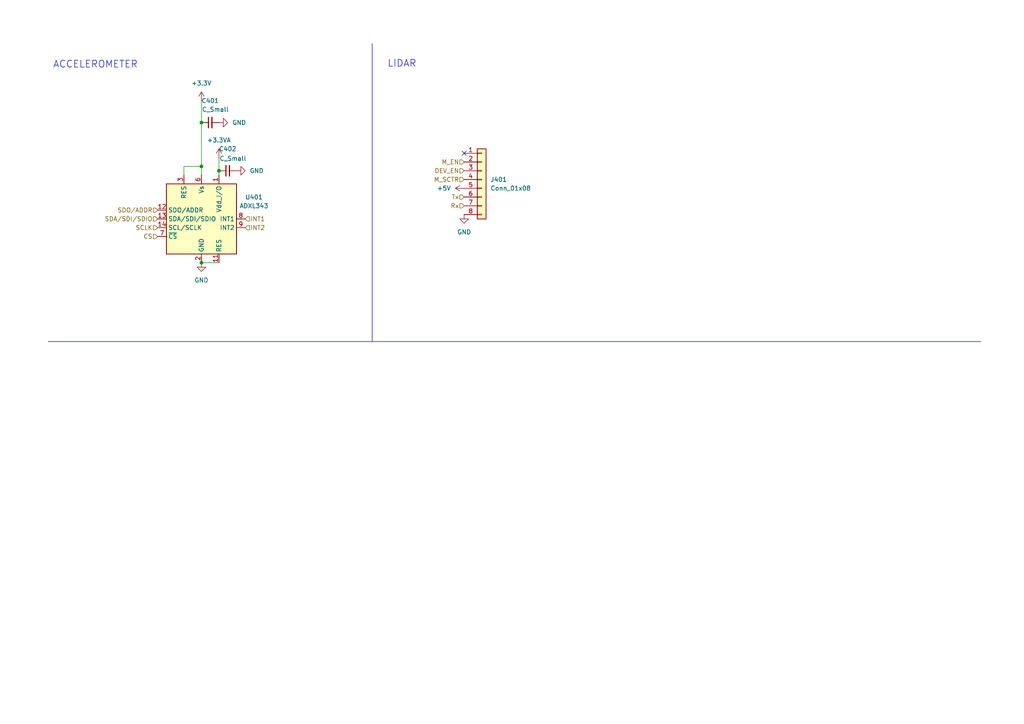
<source format=kicad_sch>
(kicad_sch (version 20231120) (generator "eeschema") (generator_version "8.0")
  (paper "A4")
  (lib_symbols
    (symbol "Connector_Generic:Conn_01x08" (pin_names (offset 1.016) hide)
      (property "Reference" "J" (at 0 10.16 0))
      (property "Value" "Conn_01x08" (at 0 -12.7 0))
      (symbol "Conn_01x08_1_1"
        (rectangle (start -1.27 -10.033) (end 0 -10.287) (stroke (width 0.1524)))
        (rectangle (start -1.27 -7.493) (end 0 -7.747) (stroke (width 0.1524)))
        (rectangle (start -1.27 -4.953) (end 0 -5.207) (stroke (width 0.1524)))
        (rectangle (start -1.27 -2.413) (end 0 -2.667) (stroke (width 0.1524)))
        (rectangle (start -1.27 0.127) (end 0 -0.127) (stroke (width 0.1524)))
        (rectangle (start -1.27 2.667) (end 0 2.413) (stroke (width 0.1524)))
        (rectangle (start -1.27 5.207) (end 0 4.953) (stroke (width 0.1524)))
        (rectangle (start -1.27 7.747) (end 0 7.493) (stroke (width 0.1524)))
        (rectangle (start -1.27 8.89) (end 1.27 -11.43) (stroke (width 0.254)) (fill (type background)))
        (pin passive line (at -5.08 7.62 0) (length 3.81) (name "Pin_1") (number "1"))
        (pin passive line (at -5.08 5.08 0) (length 3.81) (name "Pin_2") (number "2"))
        (pin passive line (at -5.08 2.54 0) (length 3.81) (name "Pin_3") (number "3"))
        (pin passive line (at -5.08 0 0) (length 3.81) (name "Pin_4") (number "4"))
        (pin passive line (at -5.08 -2.54 0) (length 3.81) (name "Pin_5") (number "5"))
        (pin passive line (at -5.08 -5.08 0) (length 3.81) (name "Pin_6") (number "6"))
        (pin passive line (at -5.08 -7.62 0) (length 3.81) (name "Pin_7") (number "7"))
        (pin passive line (at -5.08 -10.16 0) (length 3.81) (name "Pin_8") (number "8"))
      )
    )
    (symbol "Device:C_Small" (pin_numbers hide) (pin_names (offset 0.254) hide)
      (property "Reference" "C" (at 0.254 1.778 0))
      (property "Value" "C_Small" (at 0.254 -2.032 0))
      (symbol "C_Small_0_1"
        (polyline (pts (xy -1.524 -0.508) (xy 1.524 -0.508)) (stroke (width 0.3302)))
        (polyline (pts (xy -1.524 0.508) (xy 1.524 0.508)) (stroke (width 0.3048)))
      )
      (symbol "C_Small_1_1"
        (pin passive line (at 0 2.54 270) (length 2.032) (name "~") (number "1"))
        (pin passive line (at 0 -2.54 90) (length 2.032) (name "~") (number "2"))
      )
    )
    (symbol "Sensor_Motion:ADXL343"
      (property "Reference" "U" (at -8.89 11.43 0))
      (property "Value" "ADXL343" (at -7.62 -11.43 0))
      (symbol "ADXL343_0_1"
        (rectangle (start -10.16 10.16) (end 10.16 -10.16) (stroke (width 0.254)) (fill (type background)))
      )
      (symbol "ADXL343_1_1"
        (pin power_in line (at 5.08 12.7 270) (length 2.54) (name "Vdd_I/O") (number "1"))
        (pin no_connect line (at -5.08 -10.16 90) (length 2.54) hide (name "NC") (number "10"))
        (pin passive line (at 5.08 -12.7 90) (length 2.54) (name "RES") (number "11"))
        (pin bidirectional line (at -12.7 2.54 0) (length 2.54) (name "SDO/ADDR") (number "12"))
        (pin bidirectional line (at -12.7 0 0) (length 2.54) (name "SDA/SDI/SDIO") (number "13"))
        (pin input line (at -12.7 -2.54 0) (length 2.54) (name "SCL/SCLK") (number "14"))
        (pin power_in line (at 0 -12.7 90) (length 2.54) (name "GND") (number "2"))
        (pin passive line (at -5.08 12.7 270) (length 2.54) (name "RES") (number "3"))
        (pin passive line (at 0 -12.7 90) (length 2.54) hide (name "GND") (number "4"))
        (pin passive line (at 0 -12.7 90) (length 2.54) hide (name "GND") (number "5"))
        (pin power_in line (at 0 12.7 270) (length 2.54) (name "Vs") (number "6"))
        (pin input line (at -12.7 -5.08 0) (length 2.54) (name "~{CS}") (number "7"))
        (pin output line (at 12.7 0 180) (length 2.54) (name "INT1") (number "8"))
        (pin output line (at 12.7 -2.54 180) (length 2.54) (name "INT2") (number "9"))
      )
    )
    (symbol "power:+3.3V" (power) (pin_numbers hide) (pin_names (offset 0) hide)
      (property "Value" "+3.3V" (at 0 3.556 0))
      (symbol "+3.3V_0_1"
        (polyline (pts (xy -0.762 1.27) (xy 0 2.54)))
        (polyline (pts (xy 0 0) (xy 0 2.54)))
        (polyline (pts (xy 0 2.54) (xy 0.762 1.27)))
      )
      (symbol "+3.3V_1_1"
        (pin power_in line (at 0 0 90) (length 0) (name "~") (number "1"))
      )
    )
    (symbol "power:+3.3VA" (power) (pin_numbers hide) (pin_names (offset 0) hide)
      (property "Value" "+3.3VA" (at 0 3.556 0))
      (symbol "+3.3VA_0_1"
        (polyline (pts (xy -0.762 1.27) (xy 0 2.54)))
        (polyline (pts (xy 0 0) (xy 0 2.54)))
        (polyline (pts (xy 0 2.54) (xy 0.762 1.27)))
      )
      (symbol "+3.3VA_1_1"
        (pin power_in line (at 0 0 90) (length 0) (name "~") (number "1"))
      )
    )
    (symbol "power:+5V" (power) (pin_numbers hide) (pin_names (offset 0) hide)
      (property "Value" "+5V" (at 0 3.556 0))
      (symbol "+5V_0_1"
        (polyline (pts (xy -0.762 1.27) (xy 0 2.54)))
        (polyline (pts (xy 0 0) (xy 0 2.54)))
        (polyline (pts (xy 0 2.54) (xy 0.762 1.27)))
      )
      (symbol "+5V_1_1"
        (pin power_in line (at 0 0 90) (length 0) (name "~") (number "1"))
      )
    )
    (symbol "power:GND" (power) (pin_numbers hide) (pin_names (offset 0) hide)
      (property "Value" "GND" (at 0 -3.81 0))
      (symbol "GND_0_1"
        (polyline (pts (xy 0 0) (xy 0 -1.27) (xy 1.27 -1.27) (xy 0 -2.54) (xy -1.27 -1.27) (xy 0 -1.27)))
      )
      (symbol "GND_1_1"
        (pin power_in line (at 0 0 270) (length 0) (name "~") (number "1"))
      )
    )
  )
  (junction (at 58.42 35.56))
  (junction (at 58.42 48.26))
  (junction (at 58.42 76.2))
  (junction (at 63.5 49.53))
  (no_connect (at 134.62 44.45))
  (wire (pts (xy 58.42 29.21) (xy 58.42 35.56)))
  (wire (pts (xy 58.42 48.26) (xy 58.42 50.8)))
  (wire (pts (xy 58.42 35.56) (xy 58.42 48.26)))
  (polyline (pts (xy 107.95 12.7) (xy 107.95 99.06)))
  (polyline (pts (xy 13.97 99.06) (xy 284.48 99.06)))
  (wire (pts (xy 63.5 49.53) (xy 63.5 50.8)))
  (wire (pts (xy 63.5 45.72) (xy 63.5 49.53)))
  (wire (pts (xy 53.34 48.26) (xy 58.42 48.26)))
  (wire (pts (xy 53.34 50.8) (xy 53.34 48.26)))
  (wire (pts (xy 58.42 76.2) (xy 63.5 76.2)))
  (text "LIDAR" (at 116.586 18.542 0) (effects (font (size 2 2))))
  (text "ACCELEROMETER" (at 27.686 18.796 0) (effects (font (size 2 2))))
  (hierarchical_label "Tx" (shape input) (at 134.62 57.15 180))
  (hierarchical_label "M_SCTR" (shape input) (at 134.62 52.07 180))
  (hierarchical_label "SDO{slash}ADDR" (shape input) (at 45.72 60.96 180))
  (hierarchical_label "M_EN" (shape input) (at 134.62 46.99 180))
  (hierarchical_label "DEV_EN" (shape input) (at 134.62 49.53 180))
  (hierarchical_label "INT1" (shape input) (at 71.12 63.5 0))
  (hierarchical_label "CS" (shape input) (at 45.72 68.58 180))
  (hierarchical_label "INT2" (shape input) (at 71.12 66.04 0))
  (hierarchical_label "SDA{slash}SDI{slash}SDIO" (shape input) (at 45.72 63.5 180))
  (hierarchical_label "SCLK" (shape input) (at 45.72 66.04 180))
  (hierarchical_label "Rx" (shape input) (at 134.62 59.69 180))
  (symbol (lib_id "Sensor_Motion:ADXL343") (at 58.42 63.5 0) (unit 1)
    (property "Reference" "U401" (at 73.66 57.1814 0))
    (property "Value" "ADXL343" (at 73.66 59.7214 0))
    (property "Footprint" "Package_LGA:LGA-14_3x5mm_P0.8mm_LayoutBorder1x6y" (effects (hide yes)))
    (property "Datasheet" "https://www.analog.com/media/en/technical-documentation/data-sheets/ADXL343.pdf" (effects (hide yes)))
    (property "Description" "3-Axis MEMS Accelerometer, 2/4/8/16g range, I2C/SPI, LGA-14" (effects (hide yes)))
  )
  (symbol (lib_id "Device:C_Small") (at 60.96 35.56 90) (unit 1)
    (property "Reference" "C401" (at 60.9663 29.21 90))
    (property "Value" "C_Small" (at 62.484 31.75 90))
    (property "Description" "Unpolarized capacitor, small symbol" (effects (hide yes)))
  )
  (symbol (lib_id "power:GND") (at 134.62 62.23 0) (unit 1)
    (property "Reference" "#PWR0406" (effects (hide yes)))
    (property "Value" "GND" (at 134.62 67.31 0))
    (property "Description" "Power symbol creates a global label with name \"GND\" , ground" (effects (hide yes)))
  )
  (symbol (lib_id "Connector_Generic:Conn_01x08") (at 139.7 52.07 0) (unit 1)
    (property "Reference" "J401" (at 142.24 52.0699 0) (effects (justify left)))
    (property "Value" "Conn_01x08" (at 142.24 54.6099 0) (effects (justify left)))
    (property "Description" "Generic connector, single row, 01x08, script generated (kicad-library-utils/schlib/autogen/connector/)" (effects (hide yes)))
  )
  (symbol (lib_id "power:GND") (at 58.42 76.2 0) (unit 1)
    (property "Reference" "#PWR0401" (effects (hide yes)))
    (property "Value" "GND" (at 58.42 81.28 0))
    (property "Description" "Power symbol creates a global label with name \"GND\" , ground" (effects (hide yes)))
  )
  (symbol (lib_id "Device:C_Small") (at 66.04 49.53 90) (unit 1)
    (property "Reference" "C402" (at 66.0463 43.18 90))
    (property "Value" "C_Small" (at 67.564 45.974 90))
    (property "Description" "Unpolarized capacitor, small symbol" (effects (hide yes)))
  )
  (symbol (lib_id "power:GND") (at 68.58 49.53 90) (unit 1)
    (property "Reference" "#PWR0405" (effects (hide yes)))
    (property "Value" "GND" (at 72.39 49.5299 90) (effects (justify right)))
    (property "Description" "Power symbol creates a global label with name \"GND\" , ground" (effects (hide yes)))
  )
  (symbol (lib_id "power:+5V") (at 134.62 54.61 90) (unit 1)
    (property "Reference" "#PWR0407" (effects (hide yes)))
    (property "Value" "+5V" (at 130.81 54.6099 90) (effects (justify left)))
    (property "Description" "Power symbol creates a global label with name \"+5V\"" (effects (hide yes)))
  )
  (symbol (lib_id "power:+3.3V") (at 58.42 29.21 0) (unit 1)
    (property "Reference" "#PWR0402" (effects (hide yes)))
    (property "Value" "+3.3V" (at 58.42 24.13 0))
    (property "Description" "Power symbol creates a global label with name \"+3.3V\"" (effects (hide yes)))
  )
  (symbol (lib_id "power:+3.3VA") (at 63.5 45.72 0) (unit 1)
    (property "Reference" "#PWR0403" (effects (hide yes)))
    (property "Value" "+3.3VA" (at 63.5 40.64 0))
    (property "Description" "Power symbol creates a global label with name \"+3.3VA\"" (effects (hide yes)))
  )
  (symbol (lib_id "power:GND") (at 63.5 35.56 90) (unit 1)
    (property "Reference" "#PWR0404" (effects (hide yes)))
    (property "Value" "GND" (at 67.31 35.5599 90) (effects (justify right)))
    (property "Description" "Power symbol creates a global label with name \"GND\" , ground" (effects (hide yes)))
  )
)
</source>
